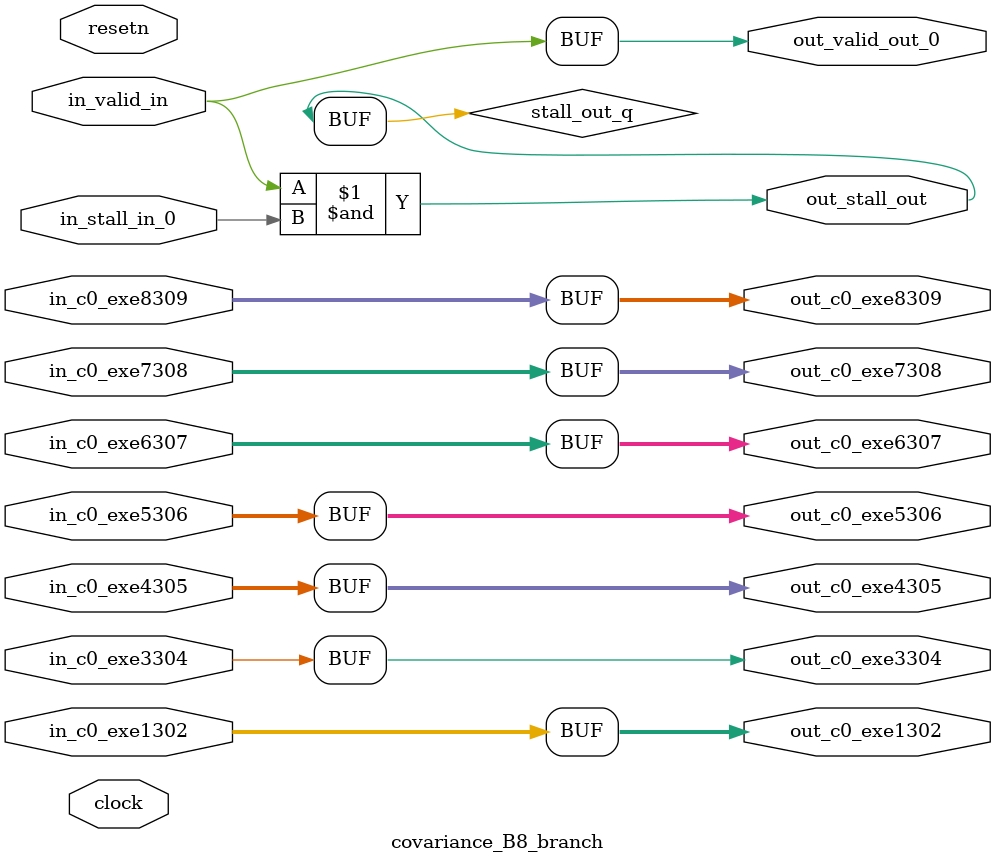
<source format=sv>



(* altera_attribute = "-name AUTO_SHIFT_REGISTER_RECOGNITION OFF; -name MESSAGE_DISABLE 10036; -name MESSAGE_DISABLE 10037; -name MESSAGE_DISABLE 14130; -name MESSAGE_DISABLE 14320; -name MESSAGE_DISABLE 15400; -name MESSAGE_DISABLE 14130; -name MESSAGE_DISABLE 10036; -name MESSAGE_DISABLE 12020; -name MESSAGE_DISABLE 12030; -name MESSAGE_DISABLE 12010; -name MESSAGE_DISABLE 12110; -name MESSAGE_DISABLE 14320; -name MESSAGE_DISABLE 13410; -name MESSAGE_DISABLE 113007; -name MESSAGE_DISABLE 10958" *)
module covariance_B8_branch (
    input wire [32:0] in_c0_exe1302,
    input wire [0:0] in_c0_exe3304,
    input wire [31:0] in_c0_exe4305,
    input wire [31:0] in_c0_exe5306,
    input wire [31:0] in_c0_exe6307,
    input wire [31:0] in_c0_exe7308,
    input wire [31:0] in_c0_exe8309,
    input wire [0:0] in_stall_in_0,
    input wire [0:0] in_valid_in,
    output wire [32:0] out_c0_exe1302,
    output wire [0:0] out_c0_exe3304,
    output wire [31:0] out_c0_exe4305,
    output wire [31:0] out_c0_exe5306,
    output wire [31:0] out_c0_exe6307,
    output wire [31:0] out_c0_exe7308,
    output wire [31:0] out_c0_exe8309,
    output wire [0:0] out_stall_out,
    output wire [0:0] out_valid_out_0,
    input wire clock,
    input wire resetn
    );

    wire [0:0] stall_out_q;
    reg [0:0] rst_sync_rst_sclrn;


    // out_c0_exe1302(GPOUT,11)
    assign out_c0_exe1302 = in_c0_exe1302;

    // out_c0_exe3304(GPOUT,12)
    assign out_c0_exe3304 = in_c0_exe3304;

    // out_c0_exe4305(GPOUT,13)
    assign out_c0_exe4305 = in_c0_exe4305;

    // out_c0_exe5306(GPOUT,14)
    assign out_c0_exe5306 = in_c0_exe5306;

    // out_c0_exe6307(GPOUT,15)
    assign out_c0_exe6307 = in_c0_exe6307;

    // out_c0_exe7308(GPOUT,16)
    assign out_c0_exe7308 = in_c0_exe7308;

    // out_c0_exe8309(GPOUT,17)
    assign out_c0_exe8309 = in_c0_exe8309;

    // stall_out(LOGICAL,20)
    assign stall_out_q = in_valid_in & in_stall_in_0;

    // out_stall_out(GPOUT,18)
    assign out_stall_out = stall_out_q;

    // out_valid_out_0(GPOUT,19)
    assign out_valid_out_0 = in_valid_in;

    // rst_sync(RESETSYNC,21)
    acl_reset_handler #(
        .ASYNC_RESET(0),
        .USE_SYNCHRONIZER(1),
        .PULSE_EXTENSION(0),
        .PIPE_DEPTH(3),
        .DUPLICATE(1)
    ) therst_sync (
        .clk(clock),
        .i_resetn(resetn),
        .o_sclrn(rst_sync_rst_sclrn)
    );

endmodule

</source>
